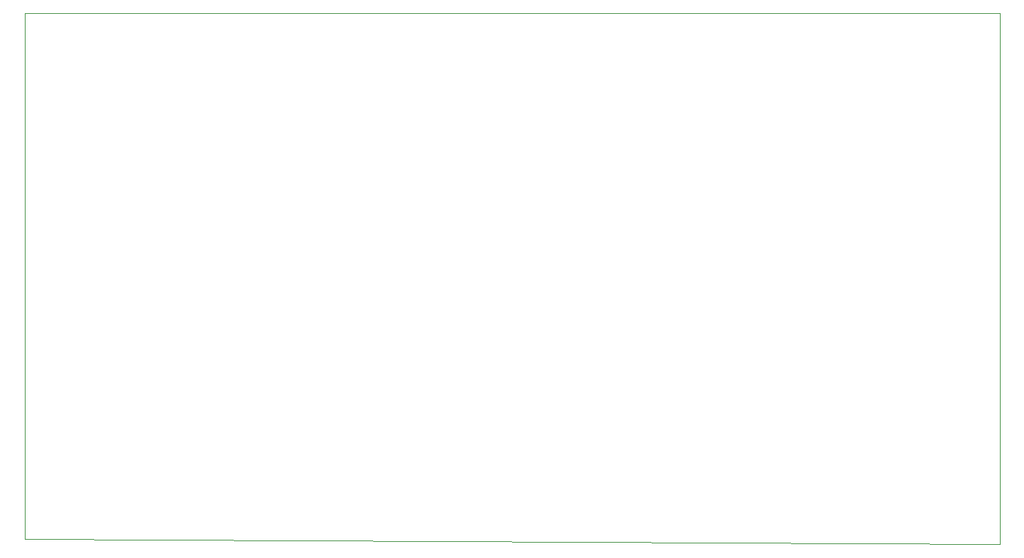
<source format=gbr>
%TF.GenerationSoftware,KiCad,Pcbnew,9.0.3*%
%TF.CreationDate,2025-08-10T07:11:57-04:00*%
%TF.ProjectId,NanoPulse,4e616e6f-5075-46c7-9365-2e6b69636164,Rev 1*%
%TF.SameCoordinates,Original*%
%TF.FileFunction,Profile,NP*%
%FSLAX46Y46*%
G04 Gerber Fmt 4.6, Leading zero omitted, Abs format (unit mm)*
G04 Created by KiCad (PCBNEW 9.0.3) date 2025-08-10 07:11:57*
%MOMM*%
%LPD*%
G01*
G04 APERTURE LIST*
%TA.AperFunction,Profile*%
%ADD10C,0.050000*%
%TD*%
G04 APERTURE END LIST*
D10*
X83185000Y-118745000D02*
X83185000Y-57785000D01*
X196215000Y-119380000D02*
X83185000Y-118745000D01*
X196215000Y-57785000D02*
X196215000Y-119380000D01*
X83185000Y-57785000D02*
X196215000Y-57785000D01*
M02*

</source>
